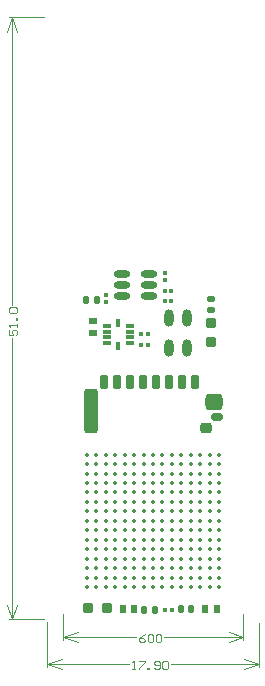
<source format=gtp>
%FSLAX44Y44*%
%MOMM*%
G71*
G01*
G75*
G04 Layer_Color=8421504*
G04:AMPARAMS|DCode=10|XSize=0.6mm|YSize=0.5mm|CornerRadius=0.05mm|HoleSize=0mm|Usage=FLASHONLY|Rotation=90.000|XOffset=0mm|YOffset=0mm|HoleType=Round|Shape=RoundedRectangle|*
%AMROUNDEDRECTD10*
21,1,0.6000,0.4000,0,0,90.0*
21,1,0.5000,0.5000,0,0,90.0*
1,1,0.1000,0.2000,0.2500*
1,1,0.1000,0.2000,-0.2500*
1,1,0.1000,-0.2000,-0.2500*
1,1,0.1000,-0.2000,0.2500*
%
%ADD10ROUNDEDRECTD10*%
G04:AMPARAMS|DCode=11|XSize=0.4mm|YSize=0.37mm|CornerRadius=0.037mm|HoleSize=0mm|Usage=FLASHONLY|Rotation=90.000|XOffset=0mm|YOffset=0mm|HoleType=Round|Shape=RoundedRectangle|*
%AMROUNDEDRECTD11*
21,1,0.4000,0.2960,0,0,90.0*
21,1,0.3260,0.3700,0,0,90.0*
1,1,0.0740,0.1480,0.1630*
1,1,0.0740,0.1480,-0.1630*
1,1,0.0740,-0.1480,-0.1630*
1,1,0.0740,-0.1480,0.1630*
%
%ADD11ROUNDEDRECTD11*%
G04:AMPARAMS|DCode=12|XSize=0.4mm|YSize=0.37mm|CornerRadius=0.037mm|HoleSize=0mm|Usage=FLASHONLY|Rotation=180.000|XOffset=0mm|YOffset=0mm|HoleType=Round|Shape=RoundedRectangle|*
%AMROUNDEDRECTD12*
21,1,0.4000,0.2960,0,0,180.0*
21,1,0.3260,0.3700,0,0,180.0*
1,1,0.0740,-0.1630,0.1480*
1,1,0.0740,0.1630,0.1480*
1,1,0.0740,0.1630,-0.1480*
1,1,0.0740,-0.1630,-0.1480*
%
%ADD12ROUNDEDRECTD12*%
G04:AMPARAMS|DCode=13|XSize=0.76mm|YSize=0.27mm|CornerRadius=0.027mm|HoleSize=0mm|Usage=FLASHONLY|Rotation=90.000|XOffset=0mm|YOffset=0mm|HoleType=Round|Shape=RoundedRectangle|*
%AMROUNDEDRECTD13*
21,1,0.7600,0.2160,0,0,90.0*
21,1,0.7060,0.2700,0,0,90.0*
1,1,0.0540,0.1080,0.3530*
1,1,0.0540,0.1080,-0.3530*
1,1,0.0540,-0.1080,-0.3530*
1,1,0.0540,-0.1080,0.3530*
%
%ADD13ROUNDEDRECTD13*%
G04:AMPARAMS|DCode=14|XSize=0.76mm|YSize=0.27mm|CornerRadius=0.027mm|HoleSize=0mm|Usage=FLASHONLY|Rotation=180.000|XOffset=0mm|YOffset=0mm|HoleType=Round|Shape=RoundedRectangle|*
%AMROUNDEDRECTD14*
21,1,0.7600,0.2160,0,0,180.0*
21,1,0.7060,0.2700,0,0,180.0*
1,1,0.0540,-0.3530,0.1080*
1,1,0.0540,0.3530,0.1080*
1,1,0.0540,0.3530,-0.1080*
1,1,0.0540,-0.3530,-0.1080*
%
%ADD14ROUNDEDRECTD14*%
G04:AMPARAMS|DCode=15|XSize=3.79mm|YSize=1.2mm|CornerRadius=0.3mm|HoleSize=0mm|Usage=FLASHONLY|Rotation=270.000|XOffset=0mm|YOffset=0mm|HoleType=Round|Shape=RoundedRectangle|*
%AMROUNDEDRECTD15*
21,1,3.7900,0.6000,0,0,270.0*
21,1,3.1900,1.2000,0,0,270.0*
1,1,0.6000,-0.3000,-1.5950*
1,1,0.6000,-0.3000,1.5950*
1,1,0.6000,0.3000,1.5950*
1,1,0.6000,0.3000,-1.5950*
%
%ADD15ROUNDEDRECTD15*%
G04:AMPARAMS|DCode=16|XSize=0.6mm|YSize=1.25mm|CornerRadius=0.15mm|HoleSize=0mm|Usage=FLASHONLY|Rotation=0.000|XOffset=0mm|YOffset=0mm|HoleType=Round|Shape=RoundedRectangle|*
%AMROUNDEDRECTD16*
21,1,0.6000,0.9500,0,0,0.0*
21,1,0.3000,1.2500,0,0,0.0*
1,1,0.3000,0.1500,-0.4750*
1,1,0.3000,-0.1500,-0.4750*
1,1,0.3000,-0.1500,0.4750*
1,1,0.3000,0.1500,0.4750*
%
%ADD16ROUNDEDRECTD16*%
G04:AMPARAMS|DCode=17|XSize=1.45mm|YSize=1.4mm|CornerRadius=0.35mm|HoleSize=0mm|Usage=FLASHONLY|Rotation=0.000|XOffset=0mm|YOffset=0mm|HoleType=Round|Shape=RoundedRectangle|*
%AMROUNDEDRECTD17*
21,1,1.4500,0.7000,0,0,0.0*
21,1,0.7500,1.4000,0,0,0.0*
1,1,0.7000,0.3750,-0.3500*
1,1,0.7000,-0.3750,-0.3500*
1,1,0.7000,-0.3750,0.3500*
1,1,0.7000,0.3750,0.3500*
%
%ADD17ROUNDEDRECTD17*%
G04:AMPARAMS|DCode=18|XSize=1mm|YSize=0.6mm|CornerRadius=0.15mm|HoleSize=0mm|Usage=FLASHONLY|Rotation=180.000|XOffset=0mm|YOffset=0mm|HoleType=Round|Shape=RoundedRectangle|*
%AMROUNDEDRECTD18*
21,1,1.0000,0.3000,0,0,180.0*
21,1,0.7000,0.6000,0,0,180.0*
1,1,0.3000,-0.3500,0.1500*
1,1,0.3000,0.3500,0.1500*
1,1,0.3000,0.3500,-0.1500*
1,1,0.3000,-0.3500,-0.1500*
%
%ADD18ROUNDEDRECTD18*%
G04:AMPARAMS|DCode=19|XSize=0.95mm|YSize=0.85mm|CornerRadius=0.2125mm|HoleSize=0mm|Usage=FLASHONLY|Rotation=180.000|XOffset=0mm|YOffset=0mm|HoleType=Round|Shape=RoundedRectangle|*
%AMROUNDEDRECTD19*
21,1,0.9500,0.4250,0,0,180.0*
21,1,0.5250,0.8500,0,0,180.0*
1,1,0.4250,-0.2625,0.2125*
1,1,0.4250,0.2625,0.2125*
1,1,0.4250,0.2625,-0.2125*
1,1,0.4250,-0.2625,-0.2125*
%
%ADD19ROUNDEDRECTD19*%
%ADD20O,0.8000X1.4700*%
G04:AMPARAMS|DCode=21|XSize=0.6mm|YSize=0.5mm|CornerRadius=0.05mm|HoleSize=0mm|Usage=FLASHONLY|Rotation=180.000|XOffset=0mm|YOffset=0mm|HoleType=Round|Shape=RoundedRectangle|*
%AMROUNDEDRECTD21*
21,1,0.6000,0.4000,0,0,180.0*
21,1,0.5000,0.5000,0,0,180.0*
1,1,0.1000,-0.2500,0.2000*
1,1,0.1000,0.2500,0.2000*
1,1,0.1000,0.2500,-0.2000*
1,1,0.1000,-0.2500,-0.2000*
%
%ADD21ROUNDEDRECTD21*%
G04:AMPARAMS|DCode=22|XSize=0.8mm|YSize=0.8mm|CornerRadius=0.12mm|HoleSize=0mm|Usage=FLASHONLY|Rotation=270.000|XOffset=0mm|YOffset=0mm|HoleType=Round|Shape=RoundedRectangle|*
%AMROUNDEDRECTD22*
21,1,0.8000,0.5600,0,0,270.0*
21,1,0.5600,0.8000,0,0,270.0*
1,1,0.2400,-0.2800,-0.2800*
1,1,0.2400,-0.2800,0.2800*
1,1,0.2400,0.2800,0.2800*
1,1,0.2400,0.2800,-0.2800*
%
%ADD22ROUNDEDRECTD22*%
%ADD23O,1.4000X0.6000*%
%ADD24C,0.3500*%
%ADD25R,0.5400X0.7400*%
G04:AMPARAMS|DCode=26|XSize=0.8mm|YSize=0.8mm|CornerRadius=0.12mm|HoleSize=0mm|Usage=FLASHONLY|Rotation=0.000|XOffset=0mm|YOffset=0mm|HoleType=Round|Shape=RoundedRectangle|*
%AMROUNDEDRECTD26*
21,1,0.8000,0.5600,0,0,0.0*
21,1,0.5600,0.8000,0,0,0.0*
1,1,0.2400,0.2800,-0.2800*
1,1,0.2400,-0.2800,-0.2800*
1,1,0.2400,-0.2800,0.2800*
1,1,0.2400,0.2800,0.2800*
%
%ADD26ROUNDEDRECTD26*%
%ADD27R,0.7400X0.5400*%
%ADD28C,0.1000*%
%ADD29C,0.0750*%
%ADD30C,0.1500*%
%ADD31C,0.0751*%
%ADD32C,0.3000*%
%ADD33C,1.5000*%
%ADD34R,1.5000X1.5000*%
%ADD35R,1.5000X1.5000*%
G04:AMPARAMS|DCode=36|XSize=1.38mm|YSize=1.05mm|CornerRadius=0.105mm|HoleSize=0mm|Usage=FLASHONLY|Rotation=270.000|XOffset=0mm|YOffset=0mm|HoleType=Round|Shape=RoundedRectangle|*
%AMROUNDEDRECTD36*
21,1,1.3800,0.8400,0,0,270.0*
21,1,1.1700,1.0500,0,0,270.0*
1,1,0.2100,-0.4200,-0.5850*
1,1,0.2100,-0.4200,0.5850*
1,1,0.2100,0.4200,0.5850*
1,1,0.2100,0.4200,-0.5850*
%
%ADD36ROUNDEDRECTD36*%
%ADD37O,1.6000X0.6000*%
G04:AMPARAMS|DCode=38|XSize=0.9mm|YSize=0.8mm|CornerRadius=0.08mm|HoleSize=0mm|Usage=FLASHONLY|Rotation=180.000|XOffset=0mm|YOffset=0mm|HoleType=Round|Shape=RoundedRectangle|*
%AMROUNDEDRECTD38*
21,1,0.9000,0.6400,0,0,180.0*
21,1,0.7400,0.8000,0,0,180.0*
1,1,0.1600,-0.3700,0.3200*
1,1,0.1600,0.3700,0.3200*
1,1,0.1600,0.3700,-0.3200*
1,1,0.1600,-0.3700,-0.3200*
%
%ADD38ROUNDEDRECTD38*%
%ADD39R,0.9000X2.2500*%
G04:AMPARAMS|DCode=40|XSize=0.3mm|YSize=0.6mm|CornerRadius=0.0495mm|HoleSize=0mm|Usage=FLASHONLY|Rotation=0.000|XOffset=0mm|YOffset=0mm|HoleType=Round|Shape=RoundedRectangle|*
%AMROUNDEDRECTD40*
21,1,0.3000,0.5010,0,0,0.0*
21,1,0.2010,0.6000,0,0,0.0*
1,1,0.0990,0.1005,-0.2505*
1,1,0.0990,-0.1005,-0.2505*
1,1,0.0990,-0.1005,0.2505*
1,1,0.0990,0.1005,0.2505*
%
%ADD40ROUNDEDRECTD40*%
G04:AMPARAMS|DCode=41|XSize=0.3mm|YSize=0.6mm|CornerRadius=0.0495mm|HoleSize=0mm|Usage=FLASHONLY|Rotation=270.000|XOffset=0mm|YOffset=0mm|HoleType=Round|Shape=RoundedRectangle|*
%AMROUNDEDRECTD41*
21,1,0.3000,0.5010,0,0,270.0*
21,1,0.2010,0.6000,0,0,270.0*
1,1,0.0990,-0.2505,-0.1005*
1,1,0.0990,-0.2505,0.1005*
1,1,0.0990,0.2505,0.1005*
1,1,0.0990,0.2505,-0.1005*
%
%ADD41ROUNDEDRECTD41*%
G04:AMPARAMS|DCode=42|XSize=1.38mm|YSize=1.05mm|CornerRadius=0.105mm|HoleSize=0mm|Usage=FLASHONLY|Rotation=0.000|XOffset=0mm|YOffset=0mm|HoleType=Round|Shape=RoundedRectangle|*
%AMROUNDEDRECTD42*
21,1,1.3800,0.8400,0,0,0.0*
21,1,1.1700,1.0500,0,0,0.0*
1,1,0.2100,0.5850,-0.4200*
1,1,0.2100,-0.5850,-0.4200*
1,1,0.2100,-0.5850,0.4200*
1,1,0.2100,0.5850,0.4200*
%
%ADD42ROUNDEDRECTD42*%
%ADD43C,0.8000*%
%ADD44C,0.2000*%
D10*
X91301Y8000D02*
D03*
X82301D02*
D03*
X32676Y270122D02*
D03*
X41676D02*
D03*
X112800Y8500D02*
D03*
X121799D02*
D03*
D11*
X79550Y241400D02*
D03*
X85250D02*
D03*
X79550Y232500D02*
D03*
X85250D02*
D03*
X99450Y269900D02*
D03*
X105150D02*
D03*
X105150Y278000D02*
D03*
X99450D02*
D03*
X99650Y8000D02*
D03*
X105350D02*
D03*
D12*
X99700Y287550D02*
D03*
Y293250D02*
D03*
X49700Y274650D02*
D03*
Y268950D02*
D03*
D13*
X60001Y231551D02*
D03*
Y251051D02*
D03*
D14*
X50251Y233801D02*
D03*
Y238801D02*
D03*
Y243801D02*
D03*
Y248801D02*
D03*
X69751D02*
D03*
Y243801D02*
D03*
Y238801D02*
D03*
Y233801D02*
D03*
D15*
X36675Y176450D02*
D03*
D16*
X125175Y201250D02*
D03*
X114175D02*
D03*
X103175D02*
D03*
X92175D02*
D03*
X81175D02*
D03*
X70175D02*
D03*
X59175D02*
D03*
X48175D02*
D03*
D17*
X141475Y184001D02*
D03*
D18*
X143725Y171500D02*
D03*
D19*
X134425Y161750D02*
D03*
D20*
X118100Y230100D02*
D03*
Y255500D02*
D03*
X103100D02*
D03*
Y230100D02*
D03*
D21*
X138500Y271200D02*
D03*
Y262200D02*
D03*
D22*
X138500Y235100D02*
D03*
Y251100D02*
D03*
D23*
X63200Y292700D02*
D03*
Y283200D02*
D03*
Y273700D02*
D03*
X86200D02*
D03*
Y292700D02*
D03*
Y283200D02*
D03*
D24*
X145500Y139500D02*
D03*
Y131500D02*
D03*
Y123500D02*
D03*
Y115500D02*
D03*
Y107500D02*
D03*
Y99500D02*
D03*
Y91500D02*
D03*
Y83500D02*
D03*
Y75500D02*
D03*
Y67500D02*
D03*
Y59500D02*
D03*
Y51500D02*
D03*
Y43500D02*
D03*
Y35500D02*
D03*
Y27500D02*
D03*
X137500Y139500D02*
D03*
Y131500D02*
D03*
Y123500D02*
D03*
Y115500D02*
D03*
Y107500D02*
D03*
Y99500D02*
D03*
Y91500D02*
D03*
Y83500D02*
D03*
Y75500D02*
D03*
Y67500D02*
D03*
Y59500D02*
D03*
Y51500D02*
D03*
Y43500D02*
D03*
Y35500D02*
D03*
Y27500D02*
D03*
X129500Y139500D02*
D03*
Y131500D02*
D03*
Y123500D02*
D03*
Y115500D02*
D03*
Y107500D02*
D03*
Y99500D02*
D03*
Y91500D02*
D03*
Y83500D02*
D03*
Y75500D02*
D03*
Y67500D02*
D03*
Y59500D02*
D03*
Y51500D02*
D03*
Y43500D02*
D03*
Y35500D02*
D03*
Y27500D02*
D03*
X121500Y139500D02*
D03*
Y131500D02*
D03*
Y123500D02*
D03*
Y115500D02*
D03*
Y107500D02*
D03*
Y99500D02*
D03*
Y91500D02*
D03*
Y83500D02*
D03*
Y75500D02*
D03*
Y67500D02*
D03*
Y59500D02*
D03*
Y51500D02*
D03*
Y43500D02*
D03*
Y35500D02*
D03*
Y27500D02*
D03*
X113500Y139500D02*
D03*
Y131500D02*
D03*
Y123500D02*
D03*
Y115500D02*
D03*
Y107500D02*
D03*
Y99500D02*
D03*
Y91500D02*
D03*
Y83500D02*
D03*
Y75500D02*
D03*
Y67500D02*
D03*
Y59500D02*
D03*
Y51500D02*
D03*
Y43500D02*
D03*
Y35500D02*
D03*
Y27500D02*
D03*
X105500Y139500D02*
D03*
Y131500D02*
D03*
Y123500D02*
D03*
Y115500D02*
D03*
Y107500D02*
D03*
Y99500D02*
D03*
Y91500D02*
D03*
Y83500D02*
D03*
Y75500D02*
D03*
Y67500D02*
D03*
Y59500D02*
D03*
Y51500D02*
D03*
Y43500D02*
D03*
Y35500D02*
D03*
Y27500D02*
D03*
X97500Y139500D02*
D03*
Y131500D02*
D03*
Y123500D02*
D03*
Y115500D02*
D03*
Y107500D02*
D03*
Y99500D02*
D03*
Y91500D02*
D03*
Y83500D02*
D03*
Y75500D02*
D03*
Y67500D02*
D03*
Y59500D02*
D03*
Y51500D02*
D03*
Y43500D02*
D03*
Y35500D02*
D03*
Y27500D02*
D03*
X89500Y139500D02*
D03*
Y131500D02*
D03*
Y123500D02*
D03*
Y115500D02*
D03*
Y107500D02*
D03*
Y99500D02*
D03*
Y91500D02*
D03*
Y83500D02*
D03*
Y75500D02*
D03*
Y67500D02*
D03*
Y59500D02*
D03*
Y51500D02*
D03*
Y43500D02*
D03*
Y35500D02*
D03*
Y27500D02*
D03*
X81500Y139500D02*
D03*
Y131500D02*
D03*
Y123500D02*
D03*
Y115500D02*
D03*
Y107500D02*
D03*
Y99500D02*
D03*
Y91500D02*
D03*
Y83500D02*
D03*
Y75500D02*
D03*
Y67500D02*
D03*
Y59500D02*
D03*
Y51500D02*
D03*
Y43500D02*
D03*
Y35500D02*
D03*
Y27500D02*
D03*
X73500Y139500D02*
D03*
Y131500D02*
D03*
Y123500D02*
D03*
Y115500D02*
D03*
Y107500D02*
D03*
Y99500D02*
D03*
Y91500D02*
D03*
Y83500D02*
D03*
Y75500D02*
D03*
Y67500D02*
D03*
Y59500D02*
D03*
Y51500D02*
D03*
Y43500D02*
D03*
Y35500D02*
D03*
Y27500D02*
D03*
X65500Y139500D02*
D03*
Y131500D02*
D03*
Y123500D02*
D03*
Y115500D02*
D03*
Y107500D02*
D03*
Y99500D02*
D03*
Y91500D02*
D03*
Y83500D02*
D03*
Y75500D02*
D03*
Y67500D02*
D03*
Y59500D02*
D03*
Y51500D02*
D03*
Y43500D02*
D03*
Y35500D02*
D03*
Y27500D02*
D03*
X57500Y139500D02*
D03*
Y131500D02*
D03*
Y123500D02*
D03*
Y115500D02*
D03*
Y107500D02*
D03*
Y99500D02*
D03*
Y91500D02*
D03*
Y83500D02*
D03*
Y75500D02*
D03*
Y67500D02*
D03*
Y59500D02*
D03*
Y51500D02*
D03*
Y43500D02*
D03*
Y35500D02*
D03*
Y27500D02*
D03*
X49500Y139500D02*
D03*
Y131500D02*
D03*
Y123500D02*
D03*
Y115500D02*
D03*
Y107500D02*
D03*
Y99500D02*
D03*
Y91500D02*
D03*
Y83500D02*
D03*
Y75500D02*
D03*
Y67500D02*
D03*
Y59500D02*
D03*
Y51500D02*
D03*
Y43500D02*
D03*
Y35500D02*
D03*
Y27500D02*
D03*
X41500Y139500D02*
D03*
Y131500D02*
D03*
Y123500D02*
D03*
Y115500D02*
D03*
Y107500D02*
D03*
Y99500D02*
D03*
Y91500D02*
D03*
Y83500D02*
D03*
Y75500D02*
D03*
Y67500D02*
D03*
Y59500D02*
D03*
Y51500D02*
D03*
Y43500D02*
D03*
Y35500D02*
D03*
Y27500D02*
D03*
X33500Y139500D02*
D03*
Y131500D02*
D03*
Y123500D02*
D03*
Y115500D02*
D03*
Y107500D02*
D03*
Y99500D02*
D03*
Y91500D02*
D03*
Y83500D02*
D03*
Y75500D02*
D03*
Y67500D02*
D03*
Y59500D02*
D03*
Y51500D02*
D03*
Y43500D02*
D03*
Y35500D02*
D03*
Y27500D02*
D03*
D25*
X63800Y9000D02*
D03*
X73800D02*
D03*
X133300Y8800D02*
D03*
X143300D02*
D03*
D26*
X50700Y9500D02*
D03*
X34700D02*
D03*
D27*
X38424Y242826D02*
D03*
Y252826D02*
D03*
D28*
X-32540Y0D02*
X-2540D01*
X-32540Y510000D02*
X-2590D01*
X-30000Y0D02*
Y238337D01*
Y266663D02*
Y510000D01*
Y0D02*
X-25833Y12500D01*
X-34167D02*
X-30000Y0D01*
X-34167Y497500D02*
X-30000Y510000D01*
X-25833Y497500D01*
X179000Y-40040D02*
Y-2590D01*
X0Y-40040D02*
Y-2540D01*
X104662Y-37500D02*
X179000D01*
X0D02*
X69338D01*
X166500Y-33333D02*
X179000Y-37500D01*
X166500Y-41667D02*
X179000Y-37500D01*
X0D02*
X12500Y-41667D01*
X0Y-37500D02*
X12500Y-33333D01*
X166000Y-17540D02*
Y4660D01*
X13500Y-17540D02*
Y4660D01*
X99080Y-15000D02*
X166000D01*
X13500D02*
X75420D01*
X153500Y-10833D02*
X166000Y-15000D01*
X153500Y-19167D02*
X166000Y-15000D01*
X13500D02*
X26000Y-19167D01*
X13500Y-15000D02*
X26000Y-10833D01*
X-32499Y245502D02*
Y240837D01*
X-29000D01*
X-30166Y243170D01*
Y244336D01*
X-29000Y245502D01*
X-26667D01*
X-25501Y244336D01*
Y242003D01*
X-26667Y240837D01*
X-25501Y247835D02*
Y250167D01*
Y249001D01*
X-32499D01*
X-31333Y247835D01*
X-25501Y253666D02*
X-26667D01*
Y254832D01*
X-25501D01*
Y253666D01*
X-31333Y259498D02*
X-32499Y260664D01*
Y262997D01*
X-31333Y264163D01*
X-26667D01*
X-25501Y262997D01*
Y260664D01*
X-26667Y259498D01*
X-31333D01*
X71838Y-41999D02*
X74171D01*
X73004D01*
Y-35001D01*
X71838Y-36168D01*
X77670Y-35001D02*
X82335D01*
Y-36168D01*
X77670Y-40833D01*
Y-41999D01*
X84667D02*
Y-40833D01*
X85834D01*
Y-41999D01*
X84667D01*
X90499Y-40833D02*
X91665Y-41999D01*
X93998D01*
X95164Y-40833D01*
Y-36168D01*
X93998Y-35001D01*
X91665D01*
X90499Y-36168D01*
Y-37334D01*
X91665Y-38500D01*
X95164D01*
X97497Y-36168D02*
X98663Y-35001D01*
X100996D01*
X102162Y-36168D01*
Y-40833D01*
X100996Y-41999D01*
X98663D01*
X97497Y-40833D01*
Y-36168D01*
X82585Y-12501D02*
X80252Y-13668D01*
X77920Y-16000D01*
Y-18333D01*
X79086Y-19499D01*
X81418D01*
X82585Y-18333D01*
Y-17166D01*
X81418Y-16000D01*
X77920D01*
X84917Y-13668D02*
X86084Y-12501D01*
X88416D01*
X89582Y-13668D01*
Y-18333D01*
X88416Y-19499D01*
X86084D01*
X84917Y-18333D01*
Y-13668D01*
X91915D02*
X93081Y-12501D01*
X95414D01*
X96580Y-13668D01*
Y-18333D01*
X95414Y-19499D01*
X93081D01*
X91915Y-18333D01*
Y-13668D01*
M02*

</source>
